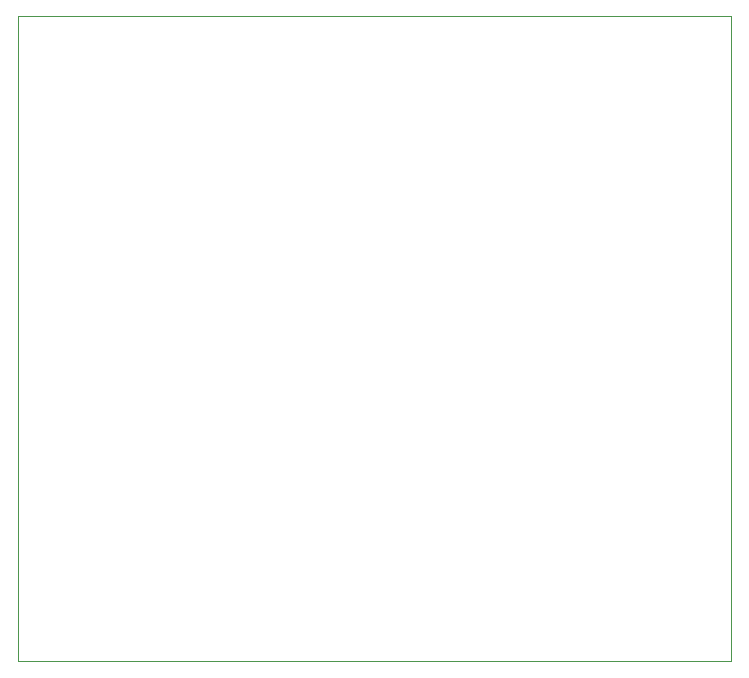
<source format=gbr>
G04 #@! TF.GenerationSoftware,KiCad,Pcbnew,(5.0.0-3-g5ebb6b6)*
G04 #@! TF.CreationDate,2021-02-23T05:46:04-05:00*
G04 #@! TF.ProjectId,PIC16F74Breakout,5049433136463734427265616B6F7574,rev?*
G04 #@! TF.SameCoordinates,Original*
G04 #@! TF.FileFunction,Profile,NP*
%FSLAX46Y46*%
G04 Gerber Fmt 4.6, Leading zero omitted, Abs format (unit mm)*
G04 Created by KiCad (PCBNEW (5.0.0-3-g5ebb6b6)) date Tuesday, February 23, 2021 at 05:46:04 AM*
%MOMM*%
%LPD*%
G01*
G04 APERTURE LIST*
%ADD10C,0.100000*%
G04 APERTURE END LIST*
D10*
X113030000Y-71120000D02*
X113030000Y-125730000D01*
X173355000Y-71120000D02*
X113030000Y-71120000D01*
X173355000Y-125730000D02*
X113030000Y-125730000D01*
X173355000Y-71120000D02*
X173355000Y-125730000D01*
M02*

</source>
